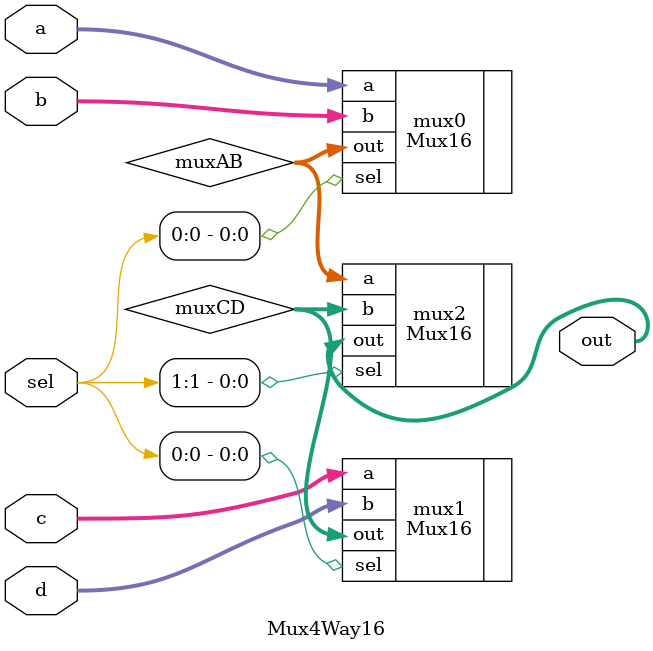
<source format=v>
/**
 * 16-bit multiplexor: 
 * for i = 0..15 out[i] = a[i] if sel == 0 
 *                        b[i] if sel == 1
 */

`default_nettype none
module Mux4Way16(
	input [15:0] a,
	input [15:0] b,
	input [15:0] c,
	input [15:0] d,
   	input [1:0] sel,
	output [15:0] out
);
	wire [15:0] muxAB;
	wire [15:0] muxCD;

	Mux16 mux0(.a(a), .b(b), .sel(sel[0]), .out(muxAB));
	Mux16 mux1(.a(c), .b(d), .sel(sel[0]), .out(muxCD));
	Mux16 mux2(.a(muxAB), .b(muxCD), .sel(sel[1]), .out(out));

endmodule

</source>
